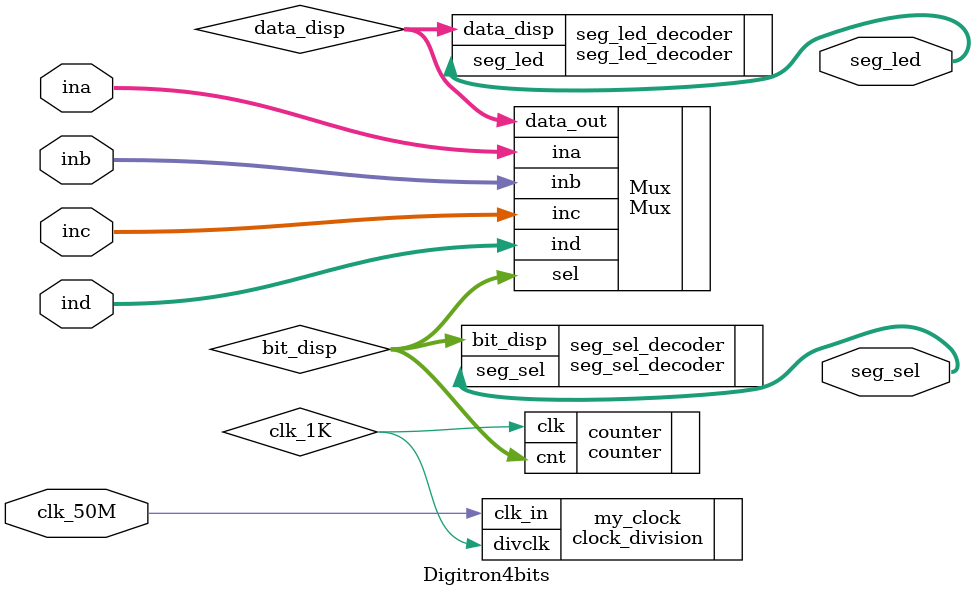
<source format=v>
module Digitron4bits(clk_50M,ina,inb,inc,ind,seg_sel,seg_led);
    input clk_50M;
    input [3:0] ina, inb,inc,ind;
    output [3:0] seg_sel;
output [7:0] seg_led;
    parameter DIVCLK_CNTMAX = 24999; //50M/50K = 1K
wire clk_1K;
    //例化时钟分频模块
    clock_division #(
        .DIVCLK_CNTMAX(DIVCLK_CNTMAX)
    )
    my_clock(
        .clk_in(clk_50M),
        .divclk(clk_1K)
);
    //例化计数器模块
    wire [1:0] bit_disp;
    counter counter(
        .clk(clk_1K),
        .cnt(bit_disp)
);
    //例化多路复用器模块
    wire [3:0] data_disp;
    Mux Mux(
        .sel(bit_disp),
        .ina(ina),
        .inb(inb),
        .inc(inc),
        .ind(ind),
        .data_out(data_disp)
);  
    //例化数码管位选译码模块
    seg_sel_decoder seg_sel_decoder(
        .bit_disp(bit_disp),
        .seg_sel(seg_sel)
    );
    //例化数码管段码译码模块
    seg_led_decoder seg_led_decoder(
        .data_disp(data_disp),
        .seg_led(seg_led)
    );
endmodule
</source>
